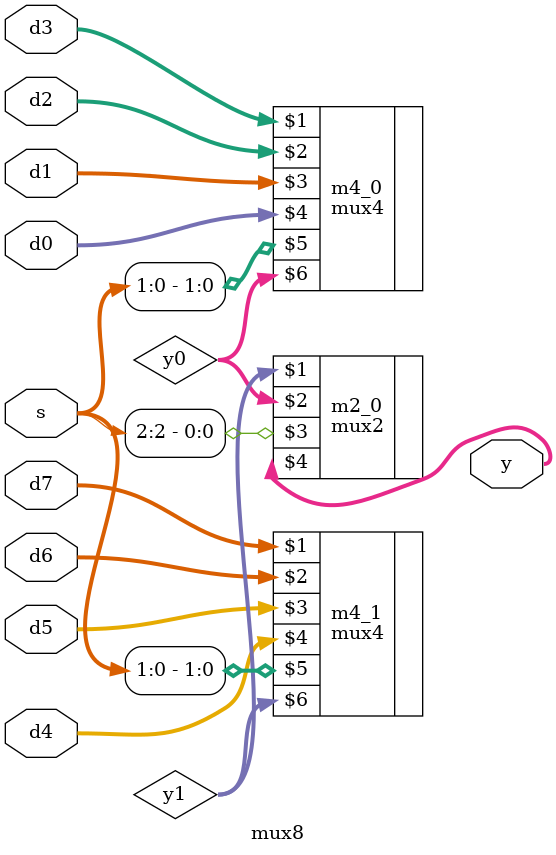
<source format=sv>
module mux8(input logic [31:0]d7, input logic [31:0]d6, input logic [31:0]d5, input logic [31:0]d4, input logic [31:0]d3,
				input logic [31:0]d2, input logic [31:0]d1, input logic [31:0]d0, input logic [2:0]s  , output logic [31:0]y); 

	logic [31:0]y0;
	logic [31:0]y1;
	
	mux4 m4_0(d3, d2, d1, d0, s[1:0], y0);
	mux4 m4_1(d7, d6, d5, d4, s[1:0], y1);
	
	mux2 m2_0(y1, y0, s[2], y);

endmodule


</source>
